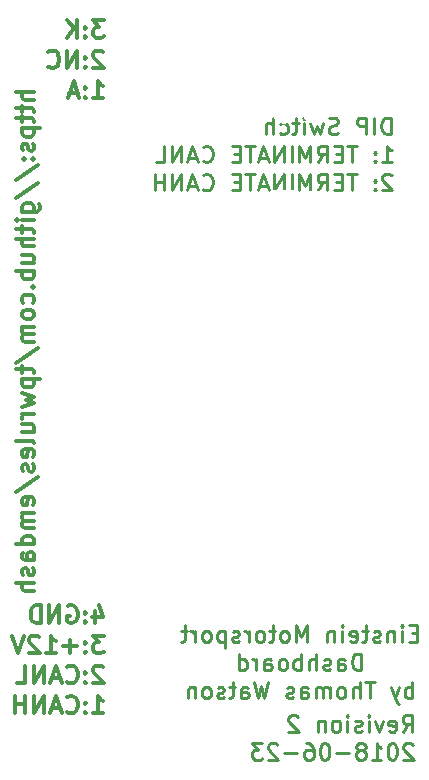
<source format=gbo>
G04 #@! TF.FileFunction,Legend,Bot*
%FSLAX46Y46*%
G04 Gerber Fmt 4.6, Leading zero omitted, Abs format (unit mm)*
G04 Created by KiCad (PCBNEW 4.0.7) date Saturday, June 23, 2018 'PMt' 03:12:16 PM*
%MOMM*%
%LPD*%
G01*
G04 APERTURE LIST*
%ADD10C,0.100000*%
%ADD11C,0.300000*%
%ADD12C,0.280000*%
%ADD13O,12.400000X7.900000*%
%ADD14R,2.100000X2.100000*%
%ADD15O,2.100000X2.100000*%
%ADD16C,1.400000*%
%ADD17C,0.480000*%
%ADD18R,1.400000X1.400000*%
%ADD19O,1.400000X1.400000*%
%ADD20R,2.000000X2.000000*%
%ADD21O,2.000000X2.000000*%
G04 APERTURE END LIST*
D10*
D11*
X226078571Y-62292855D02*
X224578571Y-62292855D01*
X226078571Y-62935712D02*
X225292857Y-62935712D01*
X225150000Y-62864283D01*
X225078571Y-62721426D01*
X225078571Y-62507141D01*
X225150000Y-62364283D01*
X225221429Y-62292855D01*
X225078571Y-63435712D02*
X225078571Y-64007141D01*
X224578571Y-63649998D02*
X225864286Y-63649998D01*
X226007143Y-63721426D01*
X226078571Y-63864284D01*
X226078571Y-64007141D01*
X225078571Y-64292855D02*
X225078571Y-64864284D01*
X224578571Y-64507141D02*
X225864286Y-64507141D01*
X226007143Y-64578569D01*
X226078571Y-64721427D01*
X226078571Y-64864284D01*
X225078571Y-65364284D02*
X226578571Y-65364284D01*
X225150000Y-65364284D02*
X225078571Y-65507141D01*
X225078571Y-65792855D01*
X225150000Y-65935712D01*
X225221429Y-66007141D01*
X225364286Y-66078570D01*
X225792857Y-66078570D01*
X225935714Y-66007141D01*
X226007143Y-65935712D01*
X226078571Y-65792855D01*
X226078571Y-65507141D01*
X226007143Y-65364284D01*
X226007143Y-66649998D02*
X226078571Y-66792855D01*
X226078571Y-67078570D01*
X226007143Y-67221427D01*
X225864286Y-67292855D01*
X225792857Y-67292855D01*
X225650000Y-67221427D01*
X225578571Y-67078570D01*
X225578571Y-66864284D01*
X225507143Y-66721427D01*
X225364286Y-66649998D01*
X225292857Y-66649998D01*
X225150000Y-66721427D01*
X225078571Y-66864284D01*
X225078571Y-67078570D01*
X225150000Y-67221427D01*
X225935714Y-67935713D02*
X226007143Y-68007141D01*
X226078571Y-67935713D01*
X226007143Y-67864284D01*
X225935714Y-67935713D01*
X226078571Y-67935713D01*
X225150000Y-67935713D02*
X225221429Y-68007141D01*
X225292857Y-67935713D01*
X225221429Y-67864284D01*
X225150000Y-67935713D01*
X225292857Y-67935713D01*
X224507143Y-69721427D02*
X226435714Y-68435713D01*
X224507143Y-71292856D02*
X226435714Y-70007142D01*
X225078571Y-72435714D02*
X226292857Y-72435714D01*
X226435714Y-72364285D01*
X226507143Y-72292857D01*
X226578571Y-72150000D01*
X226578571Y-71935714D01*
X226507143Y-71792857D01*
X226007143Y-72435714D02*
X226078571Y-72292857D01*
X226078571Y-72007143D01*
X226007143Y-71864285D01*
X225935714Y-71792857D01*
X225792857Y-71721428D01*
X225364286Y-71721428D01*
X225221429Y-71792857D01*
X225150000Y-71864285D01*
X225078571Y-72007143D01*
X225078571Y-72292857D01*
X225150000Y-72435714D01*
X226078571Y-73150000D02*
X225078571Y-73150000D01*
X224578571Y-73150000D02*
X224650000Y-73078571D01*
X224721429Y-73150000D01*
X224650000Y-73221428D01*
X224578571Y-73150000D01*
X224721429Y-73150000D01*
X225078571Y-73650000D02*
X225078571Y-74221429D01*
X224578571Y-73864286D02*
X225864286Y-73864286D01*
X226007143Y-73935714D01*
X226078571Y-74078572D01*
X226078571Y-74221429D01*
X226078571Y-74721429D02*
X224578571Y-74721429D01*
X226078571Y-75364286D02*
X225292857Y-75364286D01*
X225150000Y-75292857D01*
X225078571Y-75150000D01*
X225078571Y-74935715D01*
X225150000Y-74792857D01*
X225221429Y-74721429D01*
X225078571Y-76721429D02*
X226078571Y-76721429D01*
X225078571Y-76078572D02*
X225864286Y-76078572D01*
X226007143Y-76150000D01*
X226078571Y-76292858D01*
X226078571Y-76507143D01*
X226007143Y-76650000D01*
X225935714Y-76721429D01*
X226078571Y-77435715D02*
X224578571Y-77435715D01*
X225150000Y-77435715D02*
X225078571Y-77578572D01*
X225078571Y-77864286D01*
X225150000Y-78007143D01*
X225221429Y-78078572D01*
X225364286Y-78150001D01*
X225792857Y-78150001D01*
X225935714Y-78078572D01*
X226007143Y-78007143D01*
X226078571Y-77864286D01*
X226078571Y-77578572D01*
X226007143Y-77435715D01*
X225935714Y-78792858D02*
X226007143Y-78864286D01*
X226078571Y-78792858D01*
X226007143Y-78721429D01*
X225935714Y-78792858D01*
X226078571Y-78792858D01*
X226007143Y-80150001D02*
X226078571Y-80007144D01*
X226078571Y-79721430D01*
X226007143Y-79578572D01*
X225935714Y-79507144D01*
X225792857Y-79435715D01*
X225364286Y-79435715D01*
X225221429Y-79507144D01*
X225150000Y-79578572D01*
X225078571Y-79721430D01*
X225078571Y-80007144D01*
X225150000Y-80150001D01*
X226078571Y-81007144D02*
X226007143Y-80864286D01*
X225935714Y-80792858D01*
X225792857Y-80721429D01*
X225364286Y-80721429D01*
X225221429Y-80792858D01*
X225150000Y-80864286D01*
X225078571Y-81007144D01*
X225078571Y-81221429D01*
X225150000Y-81364286D01*
X225221429Y-81435715D01*
X225364286Y-81507144D01*
X225792857Y-81507144D01*
X225935714Y-81435715D01*
X226007143Y-81364286D01*
X226078571Y-81221429D01*
X226078571Y-81007144D01*
X226078571Y-82150001D02*
X225078571Y-82150001D01*
X225221429Y-82150001D02*
X225150000Y-82221429D01*
X225078571Y-82364287D01*
X225078571Y-82578572D01*
X225150000Y-82721429D01*
X225292857Y-82792858D01*
X226078571Y-82792858D01*
X225292857Y-82792858D02*
X225150000Y-82864287D01*
X225078571Y-83007144D01*
X225078571Y-83221429D01*
X225150000Y-83364287D01*
X225292857Y-83435715D01*
X226078571Y-83435715D01*
X224507143Y-85221429D02*
X226435714Y-83935715D01*
X225078571Y-85507144D02*
X225078571Y-86078573D01*
X224578571Y-85721430D02*
X225864286Y-85721430D01*
X226007143Y-85792858D01*
X226078571Y-85935716D01*
X226078571Y-86078573D01*
X225078571Y-86578573D02*
X226578571Y-86578573D01*
X225150000Y-86578573D02*
X225078571Y-86721430D01*
X225078571Y-87007144D01*
X225150000Y-87150001D01*
X225221429Y-87221430D01*
X225364286Y-87292859D01*
X225792857Y-87292859D01*
X225935714Y-87221430D01*
X226007143Y-87150001D01*
X226078571Y-87007144D01*
X226078571Y-86721430D01*
X226007143Y-86578573D01*
X225078571Y-87792859D02*
X226078571Y-88078573D01*
X225364286Y-88364287D01*
X226078571Y-88650002D01*
X225078571Y-88935716D01*
X226078571Y-89507145D02*
X225078571Y-89507145D01*
X225364286Y-89507145D02*
X225221429Y-89578573D01*
X225150000Y-89650002D01*
X225078571Y-89792859D01*
X225078571Y-89935716D01*
X225078571Y-91078573D02*
X226078571Y-91078573D01*
X225078571Y-90435716D02*
X225864286Y-90435716D01*
X226007143Y-90507144D01*
X226078571Y-90650002D01*
X226078571Y-90864287D01*
X226007143Y-91007144D01*
X225935714Y-91078573D01*
X226078571Y-92007145D02*
X226007143Y-91864287D01*
X225864286Y-91792859D01*
X224578571Y-91792859D01*
X226007143Y-93150001D02*
X226078571Y-93007144D01*
X226078571Y-92721430D01*
X226007143Y-92578573D01*
X225864286Y-92507144D01*
X225292857Y-92507144D01*
X225150000Y-92578573D01*
X225078571Y-92721430D01*
X225078571Y-93007144D01*
X225150000Y-93150001D01*
X225292857Y-93221430D01*
X225435714Y-93221430D01*
X225578571Y-92507144D01*
X226007143Y-93792858D02*
X226078571Y-93935715D01*
X226078571Y-94221430D01*
X226007143Y-94364287D01*
X225864286Y-94435715D01*
X225792857Y-94435715D01*
X225650000Y-94364287D01*
X225578571Y-94221430D01*
X225578571Y-94007144D01*
X225507143Y-93864287D01*
X225364286Y-93792858D01*
X225292857Y-93792858D01*
X225150000Y-93864287D01*
X225078571Y-94007144D01*
X225078571Y-94221430D01*
X225150000Y-94364287D01*
X224507143Y-96150001D02*
X226435714Y-94864287D01*
X226007143Y-97221430D02*
X226078571Y-97078573D01*
X226078571Y-96792859D01*
X226007143Y-96650002D01*
X225864286Y-96578573D01*
X225292857Y-96578573D01*
X225150000Y-96650002D01*
X225078571Y-96792859D01*
X225078571Y-97078573D01*
X225150000Y-97221430D01*
X225292857Y-97292859D01*
X225435714Y-97292859D01*
X225578571Y-96578573D01*
X226078571Y-97935716D02*
X225078571Y-97935716D01*
X225221429Y-97935716D02*
X225150000Y-98007144D01*
X225078571Y-98150002D01*
X225078571Y-98364287D01*
X225150000Y-98507144D01*
X225292857Y-98578573D01*
X226078571Y-98578573D01*
X225292857Y-98578573D02*
X225150000Y-98650002D01*
X225078571Y-98792859D01*
X225078571Y-99007144D01*
X225150000Y-99150002D01*
X225292857Y-99221430D01*
X226078571Y-99221430D01*
X226078571Y-100578573D02*
X224578571Y-100578573D01*
X226007143Y-100578573D02*
X226078571Y-100435716D01*
X226078571Y-100150002D01*
X226007143Y-100007144D01*
X225935714Y-99935716D01*
X225792857Y-99864287D01*
X225364286Y-99864287D01*
X225221429Y-99935716D01*
X225150000Y-100007144D01*
X225078571Y-100150002D01*
X225078571Y-100435716D01*
X225150000Y-100578573D01*
X226078571Y-101935716D02*
X225292857Y-101935716D01*
X225150000Y-101864287D01*
X225078571Y-101721430D01*
X225078571Y-101435716D01*
X225150000Y-101292859D01*
X226007143Y-101935716D02*
X226078571Y-101792859D01*
X226078571Y-101435716D01*
X226007143Y-101292859D01*
X225864286Y-101221430D01*
X225721429Y-101221430D01*
X225578571Y-101292859D01*
X225507143Y-101435716D01*
X225507143Y-101792859D01*
X225435714Y-101935716D01*
X226007143Y-102578573D02*
X226078571Y-102721430D01*
X226078571Y-103007145D01*
X226007143Y-103150002D01*
X225864286Y-103221430D01*
X225792857Y-103221430D01*
X225650000Y-103150002D01*
X225578571Y-103007145D01*
X225578571Y-102792859D01*
X225507143Y-102650002D01*
X225364286Y-102578573D01*
X225292857Y-102578573D01*
X225150000Y-102650002D01*
X225078571Y-102792859D01*
X225078571Y-103007145D01*
X225150000Y-103150002D01*
X226078571Y-103864288D02*
X224578571Y-103864288D01*
X226078571Y-104507145D02*
X225292857Y-104507145D01*
X225150000Y-104435716D01*
X225078571Y-104292859D01*
X225078571Y-104078574D01*
X225150000Y-103935716D01*
X225221429Y-103864288D01*
X231200000Y-106253571D02*
X231200000Y-107253571D01*
X231557143Y-105682143D02*
X231914286Y-106753571D01*
X230985714Y-106753571D01*
X230414286Y-107110714D02*
X230342858Y-107182143D01*
X230414286Y-107253571D01*
X230485715Y-107182143D01*
X230414286Y-107110714D01*
X230414286Y-107253571D01*
X230414286Y-106325000D02*
X230342858Y-106396429D01*
X230414286Y-106467857D01*
X230485715Y-106396429D01*
X230414286Y-106325000D01*
X230414286Y-106467857D01*
X228914286Y-105825000D02*
X229057143Y-105753571D01*
X229271429Y-105753571D01*
X229485714Y-105825000D01*
X229628572Y-105967857D01*
X229700000Y-106110714D01*
X229771429Y-106396429D01*
X229771429Y-106610714D01*
X229700000Y-106896429D01*
X229628572Y-107039286D01*
X229485714Y-107182143D01*
X229271429Y-107253571D01*
X229128572Y-107253571D01*
X228914286Y-107182143D01*
X228842857Y-107110714D01*
X228842857Y-106610714D01*
X229128572Y-106610714D01*
X228200000Y-107253571D02*
X228200000Y-105753571D01*
X227342857Y-107253571D01*
X227342857Y-105753571D01*
X226628571Y-107253571D02*
X226628571Y-105753571D01*
X226271428Y-105753571D01*
X226057143Y-105825000D01*
X225914285Y-105967857D01*
X225842857Y-106110714D01*
X225771428Y-106396429D01*
X225771428Y-106610714D01*
X225842857Y-106896429D01*
X225914285Y-107039286D01*
X226057143Y-107182143D01*
X226271428Y-107253571D01*
X226628571Y-107253571D01*
X231985714Y-108303571D02*
X231057143Y-108303571D01*
X231557143Y-108875000D01*
X231342857Y-108875000D01*
X231200000Y-108946429D01*
X231128571Y-109017857D01*
X231057143Y-109160714D01*
X231057143Y-109517857D01*
X231128571Y-109660714D01*
X231200000Y-109732143D01*
X231342857Y-109803571D01*
X231771429Y-109803571D01*
X231914286Y-109732143D01*
X231985714Y-109660714D01*
X230414286Y-109660714D02*
X230342858Y-109732143D01*
X230414286Y-109803571D01*
X230485715Y-109732143D01*
X230414286Y-109660714D01*
X230414286Y-109803571D01*
X230414286Y-108875000D02*
X230342858Y-108946429D01*
X230414286Y-109017857D01*
X230485715Y-108946429D01*
X230414286Y-108875000D01*
X230414286Y-109017857D01*
X229700000Y-109232143D02*
X228557143Y-109232143D01*
X229128572Y-109803571D02*
X229128572Y-108660714D01*
X227057143Y-109803571D02*
X227914286Y-109803571D01*
X227485714Y-109803571D02*
X227485714Y-108303571D01*
X227628571Y-108517857D01*
X227771429Y-108660714D01*
X227914286Y-108732143D01*
X226485715Y-108446429D02*
X226414286Y-108375000D01*
X226271429Y-108303571D01*
X225914286Y-108303571D01*
X225771429Y-108375000D01*
X225700000Y-108446429D01*
X225628572Y-108589286D01*
X225628572Y-108732143D01*
X225700000Y-108946429D01*
X226557143Y-109803571D01*
X225628572Y-109803571D01*
X225200001Y-108303571D02*
X224700001Y-109803571D01*
X224200001Y-108303571D01*
X231914286Y-110996429D02*
X231842857Y-110925000D01*
X231700000Y-110853571D01*
X231342857Y-110853571D01*
X231200000Y-110925000D01*
X231128571Y-110996429D01*
X231057143Y-111139286D01*
X231057143Y-111282143D01*
X231128571Y-111496429D01*
X231985714Y-112353571D01*
X231057143Y-112353571D01*
X230414286Y-112210714D02*
X230342858Y-112282143D01*
X230414286Y-112353571D01*
X230485715Y-112282143D01*
X230414286Y-112210714D01*
X230414286Y-112353571D01*
X230414286Y-111425000D02*
X230342858Y-111496429D01*
X230414286Y-111567857D01*
X230485715Y-111496429D01*
X230414286Y-111425000D01*
X230414286Y-111567857D01*
X228842857Y-112210714D02*
X228914286Y-112282143D01*
X229128572Y-112353571D01*
X229271429Y-112353571D01*
X229485714Y-112282143D01*
X229628572Y-112139286D01*
X229700000Y-111996429D01*
X229771429Y-111710714D01*
X229771429Y-111496429D01*
X229700000Y-111210714D01*
X229628572Y-111067857D01*
X229485714Y-110925000D01*
X229271429Y-110853571D01*
X229128572Y-110853571D01*
X228914286Y-110925000D01*
X228842857Y-110996429D01*
X228271429Y-111925000D02*
X227557143Y-111925000D01*
X228414286Y-112353571D02*
X227914286Y-110853571D01*
X227414286Y-112353571D01*
X226914286Y-112353571D02*
X226914286Y-110853571D01*
X226057143Y-112353571D01*
X226057143Y-110853571D01*
X224628571Y-112353571D02*
X225342857Y-112353571D01*
X225342857Y-110853571D01*
X231057143Y-114903571D02*
X231914286Y-114903571D01*
X231485714Y-114903571D02*
X231485714Y-113403571D01*
X231628571Y-113617857D01*
X231771429Y-113760714D01*
X231914286Y-113832143D01*
X230414286Y-114760714D02*
X230342858Y-114832143D01*
X230414286Y-114903571D01*
X230485715Y-114832143D01*
X230414286Y-114760714D01*
X230414286Y-114903571D01*
X230414286Y-113975000D02*
X230342858Y-114046429D01*
X230414286Y-114117857D01*
X230485715Y-114046429D01*
X230414286Y-113975000D01*
X230414286Y-114117857D01*
X228842857Y-114760714D02*
X228914286Y-114832143D01*
X229128572Y-114903571D01*
X229271429Y-114903571D01*
X229485714Y-114832143D01*
X229628572Y-114689286D01*
X229700000Y-114546429D01*
X229771429Y-114260714D01*
X229771429Y-114046429D01*
X229700000Y-113760714D01*
X229628572Y-113617857D01*
X229485714Y-113475000D01*
X229271429Y-113403571D01*
X229128572Y-113403571D01*
X228914286Y-113475000D01*
X228842857Y-113546429D01*
X228271429Y-114475000D02*
X227557143Y-114475000D01*
X228414286Y-114903571D02*
X227914286Y-113403571D01*
X227414286Y-114903571D01*
X226914286Y-114903571D02*
X226914286Y-113403571D01*
X226057143Y-114903571D01*
X226057143Y-113403571D01*
X225342857Y-114903571D02*
X225342857Y-113403571D01*
X225342857Y-114117857D02*
X224485714Y-114117857D01*
X224485714Y-114903571D02*
X224485714Y-113403571D01*
X231985714Y-56228571D02*
X231057143Y-56228571D01*
X231557143Y-56800000D01*
X231342857Y-56800000D01*
X231200000Y-56871429D01*
X231128571Y-56942857D01*
X231057143Y-57085714D01*
X231057143Y-57442857D01*
X231128571Y-57585714D01*
X231200000Y-57657143D01*
X231342857Y-57728571D01*
X231771429Y-57728571D01*
X231914286Y-57657143D01*
X231985714Y-57585714D01*
X230414286Y-57585714D02*
X230342858Y-57657143D01*
X230414286Y-57728571D01*
X230485715Y-57657143D01*
X230414286Y-57585714D01*
X230414286Y-57728571D01*
X230414286Y-56800000D02*
X230342858Y-56871429D01*
X230414286Y-56942857D01*
X230485715Y-56871429D01*
X230414286Y-56800000D01*
X230414286Y-56942857D01*
X229700000Y-57728571D02*
X229700000Y-56228571D01*
X228842857Y-57728571D02*
X229485714Y-56871429D01*
X228842857Y-56228571D02*
X229700000Y-57085714D01*
X231914286Y-58921429D02*
X231842857Y-58850000D01*
X231700000Y-58778571D01*
X231342857Y-58778571D01*
X231200000Y-58850000D01*
X231128571Y-58921429D01*
X231057143Y-59064286D01*
X231057143Y-59207143D01*
X231128571Y-59421429D01*
X231985714Y-60278571D01*
X231057143Y-60278571D01*
X230414286Y-60135714D02*
X230342858Y-60207143D01*
X230414286Y-60278571D01*
X230485715Y-60207143D01*
X230414286Y-60135714D01*
X230414286Y-60278571D01*
X230414286Y-59350000D02*
X230342858Y-59421429D01*
X230414286Y-59492857D01*
X230485715Y-59421429D01*
X230414286Y-59350000D01*
X230414286Y-59492857D01*
X229700000Y-60278571D02*
X229700000Y-58778571D01*
X228842857Y-60278571D01*
X228842857Y-58778571D01*
X227271428Y-60135714D02*
X227342857Y-60207143D01*
X227557143Y-60278571D01*
X227700000Y-60278571D01*
X227914285Y-60207143D01*
X228057143Y-60064286D01*
X228128571Y-59921429D01*
X228200000Y-59635714D01*
X228200000Y-59421429D01*
X228128571Y-59135714D01*
X228057143Y-58992857D01*
X227914285Y-58850000D01*
X227700000Y-58778571D01*
X227557143Y-58778571D01*
X227342857Y-58850000D01*
X227271428Y-58921429D01*
X231057143Y-62828571D02*
X231914286Y-62828571D01*
X231485714Y-62828571D02*
X231485714Y-61328571D01*
X231628571Y-61542857D01*
X231771429Y-61685714D01*
X231914286Y-61757143D01*
X230414286Y-62685714D02*
X230342858Y-62757143D01*
X230414286Y-62828571D01*
X230485715Y-62757143D01*
X230414286Y-62685714D01*
X230414286Y-62828571D01*
X230414286Y-61900000D02*
X230342858Y-61971429D01*
X230414286Y-62042857D01*
X230485715Y-61971429D01*
X230414286Y-61900000D01*
X230414286Y-62042857D01*
X229771429Y-62400000D02*
X229057143Y-62400000D01*
X229914286Y-62828571D02*
X229414286Y-61328571D01*
X228914286Y-62828571D01*
D12*
X257266667Y-116443333D02*
X257733333Y-115776667D01*
X258066667Y-116443333D02*
X258066667Y-115043333D01*
X257533333Y-115043333D01*
X257400000Y-115110000D01*
X257333333Y-115176667D01*
X257266667Y-115310000D01*
X257266667Y-115510000D01*
X257333333Y-115643333D01*
X257400000Y-115710000D01*
X257533333Y-115776667D01*
X258066667Y-115776667D01*
X256133333Y-116376667D02*
X256266667Y-116443333D01*
X256533333Y-116443333D01*
X256666667Y-116376667D01*
X256733333Y-116243333D01*
X256733333Y-115710000D01*
X256666667Y-115576667D01*
X256533333Y-115510000D01*
X256266667Y-115510000D01*
X256133333Y-115576667D01*
X256066667Y-115710000D01*
X256066667Y-115843333D01*
X256733333Y-115976667D01*
X255600000Y-115510000D02*
X255266667Y-116443333D01*
X254933333Y-115510000D01*
X254400000Y-116443333D02*
X254400000Y-115510000D01*
X254400000Y-115043333D02*
X254466666Y-115110000D01*
X254400000Y-115176667D01*
X254333333Y-115110000D01*
X254400000Y-115043333D01*
X254400000Y-115176667D01*
X253799999Y-116376667D02*
X253666666Y-116443333D01*
X253399999Y-116443333D01*
X253266666Y-116376667D01*
X253199999Y-116243333D01*
X253199999Y-116176667D01*
X253266666Y-116043333D01*
X253399999Y-115976667D01*
X253599999Y-115976667D01*
X253733333Y-115910000D01*
X253799999Y-115776667D01*
X253799999Y-115710000D01*
X253733333Y-115576667D01*
X253599999Y-115510000D01*
X253399999Y-115510000D01*
X253266666Y-115576667D01*
X252600000Y-116443333D02*
X252600000Y-115510000D01*
X252600000Y-115043333D02*
X252666666Y-115110000D01*
X252600000Y-115176667D01*
X252533333Y-115110000D01*
X252600000Y-115043333D01*
X252600000Y-115176667D01*
X251733333Y-116443333D02*
X251866666Y-116376667D01*
X251933333Y-116310000D01*
X251999999Y-116176667D01*
X251999999Y-115776667D01*
X251933333Y-115643333D01*
X251866666Y-115576667D01*
X251733333Y-115510000D01*
X251533333Y-115510000D01*
X251399999Y-115576667D01*
X251333333Y-115643333D01*
X251266666Y-115776667D01*
X251266666Y-116176667D01*
X251333333Y-116310000D01*
X251399999Y-116376667D01*
X251533333Y-116443333D01*
X251733333Y-116443333D01*
X250666666Y-115510000D02*
X250666666Y-116443333D01*
X250666666Y-115643333D02*
X250599999Y-115576667D01*
X250466666Y-115510000D01*
X250266666Y-115510000D01*
X250133332Y-115576667D01*
X250066666Y-115710000D01*
X250066666Y-116443333D01*
X248399998Y-115176667D02*
X248333332Y-115110000D01*
X248199998Y-115043333D01*
X247866665Y-115043333D01*
X247733332Y-115110000D01*
X247666665Y-115176667D01*
X247599998Y-115310000D01*
X247599998Y-115443333D01*
X247666665Y-115643333D01*
X248466665Y-116443333D01*
X247599998Y-116443333D01*
X258133333Y-117556667D02*
X258066667Y-117490000D01*
X257933333Y-117423333D01*
X257600000Y-117423333D01*
X257466667Y-117490000D01*
X257400000Y-117556667D01*
X257333333Y-117690000D01*
X257333333Y-117823333D01*
X257400000Y-118023333D01*
X258200000Y-118823333D01*
X257333333Y-118823333D01*
X256466667Y-117423333D02*
X256333334Y-117423333D01*
X256200000Y-117490000D01*
X256133334Y-117556667D01*
X256066667Y-117690000D01*
X256000000Y-117956667D01*
X256000000Y-118290000D01*
X256066667Y-118556667D01*
X256133334Y-118690000D01*
X256200000Y-118756667D01*
X256333334Y-118823333D01*
X256466667Y-118823333D01*
X256600000Y-118756667D01*
X256666667Y-118690000D01*
X256733334Y-118556667D01*
X256800000Y-118290000D01*
X256800000Y-117956667D01*
X256733334Y-117690000D01*
X256666667Y-117556667D01*
X256600000Y-117490000D01*
X256466667Y-117423333D01*
X254666667Y-118823333D02*
X255466667Y-118823333D01*
X255066667Y-118823333D02*
X255066667Y-117423333D01*
X255200001Y-117623333D01*
X255333334Y-117756667D01*
X255466667Y-117823333D01*
X253866668Y-118023333D02*
X254000001Y-117956667D01*
X254066668Y-117890000D01*
X254133334Y-117756667D01*
X254133334Y-117690000D01*
X254066668Y-117556667D01*
X254000001Y-117490000D01*
X253866668Y-117423333D01*
X253600001Y-117423333D01*
X253466668Y-117490000D01*
X253400001Y-117556667D01*
X253333334Y-117690000D01*
X253333334Y-117756667D01*
X253400001Y-117890000D01*
X253466668Y-117956667D01*
X253600001Y-118023333D01*
X253866668Y-118023333D01*
X254000001Y-118090000D01*
X254066668Y-118156667D01*
X254133334Y-118290000D01*
X254133334Y-118556667D01*
X254066668Y-118690000D01*
X254000001Y-118756667D01*
X253866668Y-118823333D01*
X253600001Y-118823333D01*
X253466668Y-118756667D01*
X253400001Y-118690000D01*
X253333334Y-118556667D01*
X253333334Y-118290000D01*
X253400001Y-118156667D01*
X253466668Y-118090000D01*
X253600001Y-118023333D01*
X252733335Y-118290000D02*
X251666668Y-118290000D01*
X250733335Y-117423333D02*
X250600002Y-117423333D01*
X250466668Y-117490000D01*
X250400002Y-117556667D01*
X250333335Y-117690000D01*
X250266668Y-117956667D01*
X250266668Y-118290000D01*
X250333335Y-118556667D01*
X250400002Y-118690000D01*
X250466668Y-118756667D01*
X250600002Y-118823333D01*
X250733335Y-118823333D01*
X250866668Y-118756667D01*
X250933335Y-118690000D01*
X251000002Y-118556667D01*
X251066668Y-118290000D01*
X251066668Y-117956667D01*
X251000002Y-117690000D01*
X250933335Y-117556667D01*
X250866668Y-117490000D01*
X250733335Y-117423333D01*
X249066669Y-117423333D02*
X249333335Y-117423333D01*
X249466669Y-117490000D01*
X249533335Y-117556667D01*
X249666669Y-117756667D01*
X249733335Y-118023333D01*
X249733335Y-118556667D01*
X249666669Y-118690000D01*
X249600002Y-118756667D01*
X249466669Y-118823333D01*
X249200002Y-118823333D01*
X249066669Y-118756667D01*
X249000002Y-118690000D01*
X248933335Y-118556667D01*
X248933335Y-118223333D01*
X249000002Y-118090000D01*
X249066669Y-118023333D01*
X249200002Y-117956667D01*
X249466669Y-117956667D01*
X249600002Y-118023333D01*
X249666669Y-118090000D01*
X249733335Y-118223333D01*
X248333336Y-118290000D02*
X247266669Y-118290000D01*
X246666669Y-117556667D02*
X246600003Y-117490000D01*
X246466669Y-117423333D01*
X246133336Y-117423333D01*
X246000003Y-117490000D01*
X245933336Y-117556667D01*
X245866669Y-117690000D01*
X245866669Y-117823333D01*
X245933336Y-118023333D01*
X246733336Y-118823333D01*
X245866669Y-118823333D01*
X245400003Y-117423333D02*
X244533336Y-117423333D01*
X245000003Y-117956667D01*
X244800003Y-117956667D01*
X244666670Y-118023333D01*
X244600003Y-118090000D01*
X244533336Y-118223333D01*
X244533336Y-118556667D01*
X244600003Y-118690000D01*
X244666670Y-118756667D01*
X244800003Y-118823333D01*
X245200003Y-118823333D01*
X245333336Y-118756667D01*
X245400003Y-118690000D01*
X258500002Y-108120000D02*
X258033335Y-108120000D01*
X257833335Y-108853333D02*
X258500002Y-108853333D01*
X258500002Y-107453333D01*
X257833335Y-107453333D01*
X257233335Y-108853333D02*
X257233335Y-107920000D01*
X257233335Y-107453333D02*
X257300001Y-107520000D01*
X257233335Y-107586667D01*
X257166668Y-107520000D01*
X257233335Y-107453333D01*
X257233335Y-107586667D01*
X256566668Y-107920000D02*
X256566668Y-108853333D01*
X256566668Y-108053333D02*
X256500001Y-107986667D01*
X256366668Y-107920000D01*
X256166668Y-107920000D01*
X256033334Y-107986667D01*
X255966668Y-108120000D01*
X255966668Y-108853333D01*
X255366667Y-108786667D02*
X255233334Y-108853333D01*
X254966667Y-108853333D01*
X254833334Y-108786667D01*
X254766667Y-108653333D01*
X254766667Y-108586667D01*
X254833334Y-108453333D01*
X254966667Y-108386667D01*
X255166667Y-108386667D01*
X255300001Y-108320000D01*
X255366667Y-108186667D01*
X255366667Y-108120000D01*
X255300001Y-107986667D01*
X255166667Y-107920000D01*
X254966667Y-107920000D01*
X254833334Y-107986667D01*
X254366668Y-107920000D02*
X253833334Y-107920000D01*
X254166668Y-107453333D02*
X254166668Y-108653333D01*
X254100001Y-108786667D01*
X253966668Y-108853333D01*
X253833334Y-108853333D01*
X252833334Y-108786667D02*
X252966668Y-108853333D01*
X253233334Y-108853333D01*
X253366668Y-108786667D01*
X253433334Y-108653333D01*
X253433334Y-108120000D01*
X253366668Y-107986667D01*
X253233334Y-107920000D01*
X252966668Y-107920000D01*
X252833334Y-107986667D01*
X252766668Y-108120000D01*
X252766668Y-108253333D01*
X253433334Y-108386667D01*
X252166668Y-108853333D02*
X252166668Y-107920000D01*
X252166668Y-107453333D02*
X252233334Y-107520000D01*
X252166668Y-107586667D01*
X252100001Y-107520000D01*
X252166668Y-107453333D01*
X252166668Y-107586667D01*
X251500001Y-107920000D02*
X251500001Y-108853333D01*
X251500001Y-108053333D02*
X251433334Y-107986667D01*
X251300001Y-107920000D01*
X251100001Y-107920000D01*
X250966667Y-107986667D01*
X250900001Y-108120000D01*
X250900001Y-108853333D01*
X249166667Y-108853333D02*
X249166667Y-107453333D01*
X248700000Y-108453333D01*
X248233333Y-107453333D01*
X248233333Y-108853333D01*
X247366667Y-108853333D02*
X247500000Y-108786667D01*
X247566667Y-108720000D01*
X247633333Y-108586667D01*
X247633333Y-108186667D01*
X247566667Y-108053333D01*
X247500000Y-107986667D01*
X247366667Y-107920000D01*
X247166667Y-107920000D01*
X247033333Y-107986667D01*
X246966667Y-108053333D01*
X246900000Y-108186667D01*
X246900000Y-108586667D01*
X246966667Y-108720000D01*
X247033333Y-108786667D01*
X247166667Y-108853333D01*
X247366667Y-108853333D01*
X246500000Y-107920000D02*
X245966666Y-107920000D01*
X246300000Y-107453333D02*
X246300000Y-108653333D01*
X246233333Y-108786667D01*
X246100000Y-108853333D01*
X245966666Y-108853333D01*
X245300000Y-108853333D02*
X245433333Y-108786667D01*
X245500000Y-108720000D01*
X245566666Y-108586667D01*
X245566666Y-108186667D01*
X245500000Y-108053333D01*
X245433333Y-107986667D01*
X245300000Y-107920000D01*
X245100000Y-107920000D01*
X244966666Y-107986667D01*
X244900000Y-108053333D01*
X244833333Y-108186667D01*
X244833333Y-108586667D01*
X244900000Y-108720000D01*
X244966666Y-108786667D01*
X245100000Y-108853333D01*
X245300000Y-108853333D01*
X244233333Y-108853333D02*
X244233333Y-107920000D01*
X244233333Y-108186667D02*
X244166666Y-108053333D01*
X244099999Y-107986667D01*
X243966666Y-107920000D01*
X243833333Y-107920000D01*
X243433332Y-108786667D02*
X243299999Y-108853333D01*
X243033332Y-108853333D01*
X242899999Y-108786667D01*
X242833332Y-108653333D01*
X242833332Y-108586667D01*
X242899999Y-108453333D01*
X243033332Y-108386667D01*
X243233332Y-108386667D01*
X243366666Y-108320000D01*
X243433332Y-108186667D01*
X243433332Y-108120000D01*
X243366666Y-107986667D01*
X243233332Y-107920000D01*
X243033332Y-107920000D01*
X242899999Y-107986667D01*
X242233333Y-107920000D02*
X242233333Y-109320000D01*
X242233333Y-107986667D02*
X242099999Y-107920000D01*
X241833333Y-107920000D01*
X241699999Y-107986667D01*
X241633333Y-108053333D01*
X241566666Y-108186667D01*
X241566666Y-108586667D01*
X241633333Y-108720000D01*
X241699999Y-108786667D01*
X241833333Y-108853333D01*
X242099999Y-108853333D01*
X242233333Y-108786667D01*
X240766666Y-108853333D02*
X240899999Y-108786667D01*
X240966666Y-108720000D01*
X241033332Y-108586667D01*
X241033332Y-108186667D01*
X240966666Y-108053333D01*
X240899999Y-107986667D01*
X240766666Y-107920000D01*
X240566666Y-107920000D01*
X240433332Y-107986667D01*
X240366666Y-108053333D01*
X240299999Y-108186667D01*
X240299999Y-108586667D01*
X240366666Y-108720000D01*
X240433332Y-108786667D01*
X240566666Y-108853333D01*
X240766666Y-108853333D01*
X239699999Y-108853333D02*
X239699999Y-107920000D01*
X239699999Y-108186667D02*
X239633332Y-108053333D01*
X239566665Y-107986667D01*
X239433332Y-107920000D01*
X239299999Y-107920000D01*
X239033332Y-107920000D02*
X238499998Y-107920000D01*
X238833332Y-107453333D02*
X238833332Y-108653333D01*
X238766665Y-108786667D01*
X238633332Y-108853333D01*
X238499998Y-108853333D01*
X253766668Y-111233333D02*
X253766668Y-109833333D01*
X253433334Y-109833333D01*
X253233334Y-109900000D01*
X253100001Y-110033333D01*
X253033334Y-110166667D01*
X252966668Y-110433333D01*
X252966668Y-110633333D01*
X253033334Y-110900000D01*
X253100001Y-111033333D01*
X253233334Y-111166667D01*
X253433334Y-111233333D01*
X253766668Y-111233333D01*
X251766668Y-111233333D02*
X251766668Y-110500000D01*
X251833334Y-110366667D01*
X251966668Y-110300000D01*
X252233334Y-110300000D01*
X252366668Y-110366667D01*
X251766668Y-111166667D02*
X251900001Y-111233333D01*
X252233334Y-111233333D01*
X252366668Y-111166667D01*
X252433334Y-111033333D01*
X252433334Y-110900000D01*
X252366668Y-110766667D01*
X252233334Y-110700000D01*
X251900001Y-110700000D01*
X251766668Y-110633333D01*
X251166667Y-111166667D02*
X251033334Y-111233333D01*
X250766667Y-111233333D01*
X250633334Y-111166667D01*
X250566667Y-111033333D01*
X250566667Y-110966667D01*
X250633334Y-110833333D01*
X250766667Y-110766667D01*
X250966667Y-110766667D01*
X251100001Y-110700000D01*
X251166667Y-110566667D01*
X251166667Y-110500000D01*
X251100001Y-110366667D01*
X250966667Y-110300000D01*
X250766667Y-110300000D01*
X250633334Y-110366667D01*
X249966668Y-111233333D02*
X249966668Y-109833333D01*
X249366668Y-111233333D02*
X249366668Y-110500000D01*
X249433334Y-110366667D01*
X249566668Y-110300000D01*
X249766668Y-110300000D01*
X249900001Y-110366667D01*
X249966668Y-110433333D01*
X248700001Y-111233333D02*
X248700001Y-109833333D01*
X248700001Y-110366667D02*
X248566667Y-110300000D01*
X248300001Y-110300000D01*
X248166667Y-110366667D01*
X248100001Y-110433333D01*
X248033334Y-110566667D01*
X248033334Y-110966667D01*
X248100001Y-111100000D01*
X248166667Y-111166667D01*
X248300001Y-111233333D01*
X248566667Y-111233333D01*
X248700001Y-111166667D01*
X247233334Y-111233333D02*
X247366667Y-111166667D01*
X247433334Y-111100000D01*
X247500000Y-110966667D01*
X247500000Y-110566667D01*
X247433334Y-110433333D01*
X247366667Y-110366667D01*
X247233334Y-110300000D01*
X247033334Y-110300000D01*
X246900000Y-110366667D01*
X246833334Y-110433333D01*
X246766667Y-110566667D01*
X246766667Y-110966667D01*
X246833334Y-111100000D01*
X246900000Y-111166667D01*
X247033334Y-111233333D01*
X247233334Y-111233333D01*
X245566667Y-111233333D02*
X245566667Y-110500000D01*
X245633333Y-110366667D01*
X245766667Y-110300000D01*
X246033333Y-110300000D01*
X246166667Y-110366667D01*
X245566667Y-111166667D02*
X245700000Y-111233333D01*
X246033333Y-111233333D01*
X246166667Y-111166667D01*
X246233333Y-111033333D01*
X246233333Y-110900000D01*
X246166667Y-110766667D01*
X246033333Y-110700000D01*
X245700000Y-110700000D01*
X245566667Y-110633333D01*
X244900000Y-111233333D02*
X244900000Y-110300000D01*
X244900000Y-110566667D02*
X244833333Y-110433333D01*
X244766666Y-110366667D01*
X244633333Y-110300000D01*
X244500000Y-110300000D01*
X243433333Y-111233333D02*
X243433333Y-109833333D01*
X243433333Y-111166667D02*
X243566666Y-111233333D01*
X243833333Y-111233333D01*
X243966666Y-111166667D01*
X244033333Y-111100000D01*
X244099999Y-110966667D01*
X244099999Y-110566667D01*
X244033333Y-110433333D01*
X243966666Y-110366667D01*
X243833333Y-110300000D01*
X243566666Y-110300000D01*
X243433333Y-110366667D01*
X258100002Y-113613333D02*
X258100002Y-112213333D01*
X258100002Y-112746667D02*
X257966668Y-112680000D01*
X257700002Y-112680000D01*
X257566668Y-112746667D01*
X257500002Y-112813333D01*
X257433335Y-112946667D01*
X257433335Y-113346667D01*
X257500002Y-113480000D01*
X257566668Y-113546667D01*
X257700002Y-113613333D01*
X257966668Y-113613333D01*
X258100002Y-113546667D01*
X256966668Y-112680000D02*
X256633335Y-113613333D01*
X256300001Y-112680000D02*
X256633335Y-113613333D01*
X256766668Y-113946667D01*
X256833335Y-114013333D01*
X256966668Y-114080000D01*
X254900001Y-112213333D02*
X254100001Y-112213333D01*
X254500001Y-113613333D02*
X254500001Y-112213333D01*
X253633334Y-113613333D02*
X253633334Y-112213333D01*
X253033334Y-113613333D02*
X253033334Y-112880000D01*
X253100000Y-112746667D01*
X253233334Y-112680000D01*
X253433334Y-112680000D01*
X253566667Y-112746667D01*
X253633334Y-112813333D01*
X252166667Y-113613333D02*
X252300000Y-113546667D01*
X252366667Y-113480000D01*
X252433333Y-113346667D01*
X252433333Y-112946667D01*
X252366667Y-112813333D01*
X252300000Y-112746667D01*
X252166667Y-112680000D01*
X251966667Y-112680000D01*
X251833333Y-112746667D01*
X251766667Y-112813333D01*
X251700000Y-112946667D01*
X251700000Y-113346667D01*
X251766667Y-113480000D01*
X251833333Y-113546667D01*
X251966667Y-113613333D01*
X252166667Y-113613333D01*
X251100000Y-113613333D02*
X251100000Y-112680000D01*
X251100000Y-112813333D02*
X251033333Y-112746667D01*
X250900000Y-112680000D01*
X250700000Y-112680000D01*
X250566666Y-112746667D01*
X250500000Y-112880000D01*
X250500000Y-113613333D01*
X250500000Y-112880000D02*
X250433333Y-112746667D01*
X250300000Y-112680000D01*
X250100000Y-112680000D01*
X249966666Y-112746667D01*
X249900000Y-112880000D01*
X249900000Y-113613333D01*
X248633333Y-113613333D02*
X248633333Y-112880000D01*
X248699999Y-112746667D01*
X248833333Y-112680000D01*
X249099999Y-112680000D01*
X249233333Y-112746667D01*
X248633333Y-113546667D02*
X248766666Y-113613333D01*
X249099999Y-113613333D01*
X249233333Y-113546667D01*
X249299999Y-113413333D01*
X249299999Y-113280000D01*
X249233333Y-113146667D01*
X249099999Y-113080000D01*
X248766666Y-113080000D01*
X248633333Y-113013333D01*
X248033332Y-113546667D02*
X247899999Y-113613333D01*
X247633332Y-113613333D01*
X247499999Y-113546667D01*
X247433332Y-113413333D01*
X247433332Y-113346667D01*
X247499999Y-113213333D01*
X247633332Y-113146667D01*
X247833332Y-113146667D01*
X247966666Y-113080000D01*
X248033332Y-112946667D01*
X248033332Y-112880000D01*
X247966666Y-112746667D01*
X247833332Y-112680000D01*
X247633332Y-112680000D01*
X247499999Y-112746667D01*
X245899999Y-112213333D02*
X245566666Y-113613333D01*
X245299999Y-112613333D01*
X245033332Y-113613333D01*
X244699999Y-112213333D01*
X243566666Y-113613333D02*
X243566666Y-112880000D01*
X243633332Y-112746667D01*
X243766666Y-112680000D01*
X244033332Y-112680000D01*
X244166666Y-112746667D01*
X243566666Y-113546667D02*
X243699999Y-113613333D01*
X244033332Y-113613333D01*
X244166666Y-113546667D01*
X244233332Y-113413333D01*
X244233332Y-113280000D01*
X244166666Y-113146667D01*
X244033332Y-113080000D01*
X243699999Y-113080000D01*
X243566666Y-113013333D01*
X243099999Y-112680000D02*
X242566665Y-112680000D01*
X242899999Y-112213333D02*
X242899999Y-113413333D01*
X242833332Y-113546667D01*
X242699999Y-113613333D01*
X242566665Y-113613333D01*
X242166665Y-113546667D02*
X242033332Y-113613333D01*
X241766665Y-113613333D01*
X241633332Y-113546667D01*
X241566665Y-113413333D01*
X241566665Y-113346667D01*
X241633332Y-113213333D01*
X241766665Y-113146667D01*
X241966665Y-113146667D01*
X242099999Y-113080000D01*
X242166665Y-112946667D01*
X242166665Y-112880000D01*
X242099999Y-112746667D01*
X241966665Y-112680000D01*
X241766665Y-112680000D01*
X241633332Y-112746667D01*
X240766666Y-113613333D02*
X240899999Y-113546667D01*
X240966666Y-113480000D01*
X241033332Y-113346667D01*
X241033332Y-112946667D01*
X240966666Y-112813333D01*
X240899999Y-112746667D01*
X240766666Y-112680000D01*
X240566666Y-112680000D01*
X240433332Y-112746667D01*
X240366666Y-112813333D01*
X240299999Y-112946667D01*
X240299999Y-113346667D01*
X240366666Y-113480000D01*
X240433332Y-113546667D01*
X240566666Y-113613333D01*
X240766666Y-113613333D01*
X239699999Y-112680000D02*
X239699999Y-113613333D01*
X239699999Y-112813333D02*
X239633332Y-112746667D01*
X239499999Y-112680000D01*
X239299999Y-112680000D01*
X239166665Y-112746667D01*
X239099999Y-112880000D01*
X239099999Y-113613333D01*
X256266667Y-65853333D02*
X256266667Y-64453333D01*
X255933333Y-64453333D01*
X255733333Y-64520000D01*
X255600000Y-64653333D01*
X255533333Y-64786667D01*
X255466667Y-65053333D01*
X255466667Y-65253333D01*
X255533333Y-65520000D01*
X255600000Y-65653333D01*
X255733333Y-65786667D01*
X255933333Y-65853333D01*
X256266667Y-65853333D01*
X254866667Y-65853333D02*
X254866667Y-64453333D01*
X254200000Y-65853333D02*
X254200000Y-64453333D01*
X253666666Y-64453333D01*
X253533333Y-64520000D01*
X253466666Y-64586667D01*
X253400000Y-64720000D01*
X253400000Y-64920000D01*
X253466666Y-65053333D01*
X253533333Y-65120000D01*
X253666666Y-65186667D01*
X254200000Y-65186667D01*
X251799999Y-65786667D02*
X251599999Y-65853333D01*
X251266666Y-65853333D01*
X251133333Y-65786667D01*
X251066666Y-65720000D01*
X250999999Y-65586667D01*
X250999999Y-65453333D01*
X251066666Y-65320000D01*
X251133333Y-65253333D01*
X251266666Y-65186667D01*
X251533333Y-65120000D01*
X251666666Y-65053333D01*
X251733333Y-64986667D01*
X251799999Y-64853333D01*
X251799999Y-64720000D01*
X251733333Y-64586667D01*
X251666666Y-64520000D01*
X251533333Y-64453333D01*
X251199999Y-64453333D01*
X250999999Y-64520000D01*
X250533333Y-64920000D02*
X250266666Y-65853333D01*
X250000000Y-65186667D01*
X249733333Y-65853333D01*
X249466666Y-64920000D01*
X248933333Y-65853333D02*
X248933333Y-64920000D01*
X248933333Y-64453333D02*
X248999999Y-64520000D01*
X248933333Y-64586667D01*
X248866666Y-64520000D01*
X248933333Y-64453333D01*
X248933333Y-64586667D01*
X248466666Y-64920000D02*
X247933332Y-64920000D01*
X248266666Y-64453333D02*
X248266666Y-65653333D01*
X248199999Y-65786667D01*
X248066666Y-65853333D01*
X247933332Y-65853333D01*
X246866666Y-65786667D02*
X246999999Y-65853333D01*
X247266666Y-65853333D01*
X247399999Y-65786667D01*
X247466666Y-65720000D01*
X247533332Y-65586667D01*
X247533332Y-65186667D01*
X247466666Y-65053333D01*
X247399999Y-64986667D01*
X247266666Y-64920000D01*
X246999999Y-64920000D01*
X246866666Y-64986667D01*
X246266666Y-65853333D02*
X246266666Y-64453333D01*
X245666666Y-65853333D02*
X245666666Y-65120000D01*
X245733332Y-64986667D01*
X245866666Y-64920000D01*
X246066666Y-64920000D01*
X246199999Y-64986667D01*
X246266666Y-65053333D01*
X255533333Y-68233333D02*
X256333333Y-68233333D01*
X255933333Y-68233333D02*
X255933333Y-66833333D01*
X256066667Y-67033333D01*
X256200000Y-67166667D01*
X256333333Y-67233333D01*
X254933334Y-68100000D02*
X254866667Y-68166667D01*
X254933334Y-68233333D01*
X255000000Y-68166667D01*
X254933334Y-68100000D01*
X254933334Y-68233333D01*
X254933334Y-67366667D02*
X254866667Y-67433333D01*
X254933334Y-67500000D01*
X255000000Y-67433333D01*
X254933334Y-67366667D01*
X254933334Y-67500000D01*
X253400000Y-66833333D02*
X252600000Y-66833333D01*
X253000000Y-68233333D02*
X253000000Y-66833333D01*
X252133333Y-67500000D02*
X251666666Y-67500000D01*
X251466666Y-68233333D02*
X252133333Y-68233333D01*
X252133333Y-66833333D01*
X251466666Y-66833333D01*
X250066666Y-68233333D02*
X250533332Y-67566667D01*
X250866666Y-68233333D02*
X250866666Y-66833333D01*
X250333332Y-66833333D01*
X250199999Y-66900000D01*
X250133332Y-66966667D01*
X250066666Y-67100000D01*
X250066666Y-67300000D01*
X250133332Y-67433333D01*
X250199999Y-67500000D01*
X250333332Y-67566667D01*
X250866666Y-67566667D01*
X249466666Y-68233333D02*
X249466666Y-66833333D01*
X248999999Y-67833333D01*
X248533332Y-66833333D01*
X248533332Y-68233333D01*
X247866666Y-68233333D02*
X247866666Y-66833333D01*
X247199999Y-68233333D02*
X247199999Y-66833333D01*
X246399999Y-68233333D01*
X246399999Y-66833333D01*
X245799998Y-67833333D02*
X245133332Y-67833333D01*
X245933332Y-68233333D02*
X245466665Y-66833333D01*
X244999998Y-68233333D01*
X244733332Y-66833333D02*
X243933332Y-66833333D01*
X244333332Y-68233333D02*
X244333332Y-66833333D01*
X243466665Y-67500000D02*
X242999998Y-67500000D01*
X242799998Y-68233333D02*
X243466665Y-68233333D01*
X243466665Y-66833333D01*
X242799998Y-66833333D01*
X240333331Y-68100000D02*
X240399997Y-68166667D01*
X240599997Y-68233333D01*
X240733331Y-68233333D01*
X240933331Y-68166667D01*
X241066664Y-68033333D01*
X241133331Y-67900000D01*
X241199997Y-67633333D01*
X241199997Y-67433333D01*
X241133331Y-67166667D01*
X241066664Y-67033333D01*
X240933331Y-66900000D01*
X240733331Y-66833333D01*
X240599997Y-66833333D01*
X240399997Y-66900000D01*
X240333331Y-66966667D01*
X239799997Y-67833333D02*
X239133331Y-67833333D01*
X239933331Y-68233333D02*
X239466664Y-66833333D01*
X238999997Y-68233333D01*
X238533331Y-68233333D02*
X238533331Y-66833333D01*
X237733331Y-68233333D01*
X237733331Y-66833333D01*
X236399997Y-68233333D02*
X237066664Y-68233333D01*
X237066664Y-66833333D01*
X256333333Y-69346667D02*
X256266667Y-69280000D01*
X256133333Y-69213333D01*
X255800000Y-69213333D01*
X255666667Y-69280000D01*
X255600000Y-69346667D01*
X255533333Y-69480000D01*
X255533333Y-69613333D01*
X255600000Y-69813333D01*
X256400000Y-70613333D01*
X255533333Y-70613333D01*
X254933334Y-70480000D02*
X254866667Y-70546667D01*
X254933334Y-70613333D01*
X255000000Y-70546667D01*
X254933334Y-70480000D01*
X254933334Y-70613333D01*
X254933334Y-69746667D02*
X254866667Y-69813333D01*
X254933334Y-69880000D01*
X255000000Y-69813333D01*
X254933334Y-69746667D01*
X254933334Y-69880000D01*
X253400000Y-69213333D02*
X252600000Y-69213333D01*
X253000000Y-70613333D02*
X253000000Y-69213333D01*
X252133333Y-69880000D02*
X251666666Y-69880000D01*
X251466666Y-70613333D02*
X252133333Y-70613333D01*
X252133333Y-69213333D01*
X251466666Y-69213333D01*
X250066666Y-70613333D02*
X250533332Y-69946667D01*
X250866666Y-70613333D02*
X250866666Y-69213333D01*
X250333332Y-69213333D01*
X250199999Y-69280000D01*
X250133332Y-69346667D01*
X250066666Y-69480000D01*
X250066666Y-69680000D01*
X250133332Y-69813333D01*
X250199999Y-69880000D01*
X250333332Y-69946667D01*
X250866666Y-69946667D01*
X249466666Y-70613333D02*
X249466666Y-69213333D01*
X248999999Y-70213333D01*
X248533332Y-69213333D01*
X248533332Y-70613333D01*
X247866666Y-70613333D02*
X247866666Y-69213333D01*
X247199999Y-70613333D02*
X247199999Y-69213333D01*
X246399999Y-70613333D01*
X246399999Y-69213333D01*
X245799998Y-70213333D02*
X245133332Y-70213333D01*
X245933332Y-70613333D02*
X245466665Y-69213333D01*
X244999998Y-70613333D01*
X244733332Y-69213333D02*
X243933332Y-69213333D01*
X244333332Y-70613333D02*
X244333332Y-69213333D01*
X243466665Y-69880000D02*
X242999998Y-69880000D01*
X242799998Y-70613333D02*
X243466665Y-70613333D01*
X243466665Y-69213333D01*
X242799998Y-69213333D01*
X240333331Y-70480000D02*
X240399997Y-70546667D01*
X240599997Y-70613333D01*
X240733331Y-70613333D01*
X240933331Y-70546667D01*
X241066664Y-70413333D01*
X241133331Y-70280000D01*
X241199997Y-70013333D01*
X241199997Y-69813333D01*
X241133331Y-69546667D01*
X241066664Y-69413333D01*
X240933331Y-69280000D01*
X240733331Y-69213333D01*
X240599997Y-69213333D01*
X240399997Y-69280000D01*
X240333331Y-69346667D01*
X239799997Y-70213333D02*
X239133331Y-70213333D01*
X239933331Y-70613333D02*
X239466664Y-69213333D01*
X238999997Y-70613333D01*
X238533331Y-70613333D02*
X238533331Y-69213333D01*
X237733331Y-70613333D01*
X237733331Y-69213333D01*
X237066664Y-70613333D02*
X237066664Y-69213333D01*
X237066664Y-69880000D02*
X236266664Y-69880000D01*
X236266664Y-70613333D02*
X236266664Y-69213333D01*
%LPC*%
D13*
X265000000Y-114500000D03*
D14*
X261000000Y-68000000D03*
D15*
X258460000Y-68000000D03*
X261000000Y-70540000D03*
X258460000Y-70540000D03*
X261000000Y-73080000D03*
X258460000Y-73080000D03*
X261000000Y-75620000D03*
X258460000Y-75620000D03*
X261000000Y-78160000D03*
X258460000Y-78160000D03*
X261000000Y-80700000D03*
X258460000Y-80700000D03*
X261000000Y-83240000D03*
X258460000Y-83240000D03*
X261000000Y-85780000D03*
X258460000Y-85780000D03*
X261000000Y-88320000D03*
X258460000Y-88320000D03*
X261000000Y-90860000D03*
X258460000Y-90860000D03*
D14*
X233680000Y-62230000D03*
D15*
X233680000Y-59690000D03*
X233680000Y-57150000D03*
D16*
X254000000Y-56134000D03*
X251460000Y-58674000D03*
X256540000Y-58674000D03*
D17*
X241550000Y-61250000D03*
X241550000Y-62200000D03*
X241550000Y-60300000D03*
D18*
X256930000Y-99060000D03*
D19*
X258200000Y-99060000D03*
X256930000Y-100330000D03*
X258200000Y-100330000D03*
X256930000Y-101600000D03*
X258200000Y-101600000D03*
X256930000Y-102870000D03*
X258200000Y-102870000D03*
X256930000Y-104140000D03*
X258200000Y-104140000D03*
D14*
X233680000Y-114300000D03*
D15*
X233680000Y-111760000D03*
X233680000Y-109220000D03*
X233680000Y-106680000D03*
D13*
X265000000Y-60500000D03*
D20*
X247260000Y-71600000D03*
D21*
X249800000Y-63980000D03*
X249800000Y-71600000D03*
X247260000Y-63980000D03*
M02*

</source>
